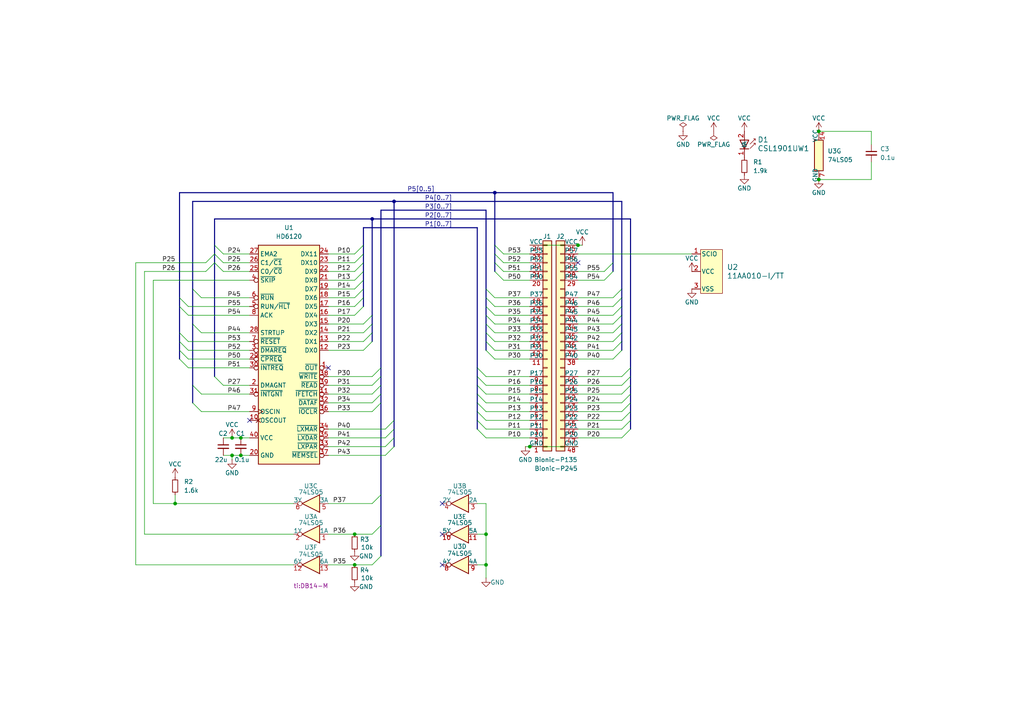
<source format=kicad_sch>
(kicad_sch (version 20231120) (generator "eeschema") (generator_version "8.0")
  (paper "A4")
  (title_block (title "BionicHD6120") (date "2025-02-28") (rev "4") (company "Tadashi G. Takaoka"))
  (lib_symbols
    (symbol "Device:C_Small" (pin_numbers hide) (pin_names (offset 0.254) hide)
      (property "Reference" "C" (at 0.254 1.778 0))
      (property "Value" "C_Small" (at 0.254 -2.032 0))
      (symbol "C_Small_0_1"
        (polyline (pts (xy -1.524 -0.508) (xy 1.524 -0.508)) (stroke (width 0.3302)))
        (polyline (pts (xy -1.524 0.508) (xy 1.524 0.508)) (stroke (width 0.3048)))
      )
      (symbol "C_Small_1_1"
        (pin passive line (at 0 2.54 270) (length 2.032) (name "~") (number "1"))
        (pin passive line (at 0 -2.54 90) (length 2.032) (name "~") (number "2"))
      )
    )
    (symbol "Device:R_Small" (pin_numbers hide) (pin_names (offset 0.254) hide)
      (property "Reference" "R" (at 0.762 0.508 0))
      (property "Value" "R_Small" (at 0.762 -1.016 0))
      (symbol "R_Small_0_1"
        (rectangle (start -0.762 1.778) (end 0.762 -1.778) (stroke (width 0.2032)))
      )
      (symbol "R_Small_1_1"
        (pin passive line (at 0 2.54 270) (length 0.762) (name "~") (number "1"))
        (pin passive line (at 0 -2.54 90) (length 0.762) (name "~") (number "2"))
      )
    )
    (symbol "bionic:Bionic-P135" (pin_names (offset 0))
      (property "Reference" "J" (at 0 30.48 0))
      (property "Value" "Bionic-P135" (at -1.27 -33.02 0))
      (symbol "Bionic-P135_1_1"
        (rectangle (start 0 -30.353) (end -1.27 -30.607) (stroke (width 0.1524)))
        (rectangle (start 0 -27.813) (end -1.27 -28.067) (stroke (width 0.1524)))
        (rectangle (start 0 -25.273) (end -1.27 -25.527) (stroke (width 0.1524)))
        (rectangle (start 0 -22.733) (end -1.27 -22.987) (stroke (width 0.1524)))
        (rectangle (start 0 -20.193) (end -1.27 -20.447) (stroke (width 0.1524)))
        (rectangle (start 0 -17.653) (end -1.27 -17.907) (stroke (width 0.1524)))
        (rectangle (start 0 -15.113) (end -1.27 -15.367) (stroke (width 0.1524)))
        (rectangle (start 0 -12.573) (end -1.27 -12.827) (stroke (width 0.1524)))
        (rectangle (start 0 -10.033) (end -1.27 -10.287) (stroke (width 0.1524)))
        (rectangle (start 0 -7.493) (end -1.27 -7.747) (stroke (width 0.1524)))
        (rectangle (start 0 -4.953) (end -1.27 -5.207) (stroke (width 0.1524)))
        (rectangle (start 0 -2.413) (end -1.27 -2.667) (stroke (width 0.1524)))
        (rectangle (start 0 0.127) (end -1.27 -0.127) (stroke (width 0.1524)))
        (rectangle (start 0 2.667) (end -1.27 2.413) (stroke (width 0.1524)))
        (rectangle (start 0 5.207) (end -1.27 4.953) (stroke (width 0.1524)))
        (rectangle (start 0 7.747) (end -1.27 7.493) (stroke (width 0.1524)))
        (rectangle (start 0 10.287) (end -1.27 10.033) (stroke (width 0.1524)))
        (rectangle (start 0 12.827) (end -1.27 12.573) (stroke (width 0.1524)))
        (rectangle (start 0 15.367) (end -1.27 15.113) (stroke (width 0.1524)))
        (rectangle (start 0 17.907) (end -1.27 17.653) (stroke (width 0.1524)))
        (rectangle (start 0 20.447) (end -1.27 20.193) (stroke (width 0.1524)))
        (rectangle (start 0 22.987) (end -1.27 22.733) (stroke (width 0.1524)))
        (rectangle (start 0 25.527) (end -1.27 25.273) (stroke (width 0.1524)))
        (rectangle (start 0 28.067) (end -1.27 27.813) (stroke (width 0.1524)))
        (rectangle (start 1.27 29.21) (end -1.27 -31.75) (stroke (width 0.254)) (fill (type background)))
        (pin power_in line (at -5.08 -30.48 0) (length 3.81) (name "GND") (number "1"))
        (pin bidirectional line (at -5.08 -5.08 0) (length 3.81) (name "P30") (number "11"))
        (pin bidirectional line (at -5.08 -2.54 0) (length 3.81) (name "P31") (number "12"))
        (pin bidirectional line (at -5.08 0 0) (length 3.81) (name "P32") (number "13"))
        (pin bidirectional line (at -5.08 2.54 0) (length 3.81) (name "P33") (number "14"))
        (pin bidirectional line (at -5.08 5.08 0) (length 3.81) (name "P34") (number "15"))
        (pin bidirectional line (at -5.08 7.62 0) (length 3.81) (name "P35") (number "16"))
        (pin bidirectional line (at -5.08 10.16 0) (length 3.81) (name "P36") (number "17"))
        (pin bidirectional line (at -5.08 12.7 0) (length 3.81) (name "P37") (number "18"))
        (pin bidirectional line (at -5.08 -27.94 0) (length 3.81) (name "P10") (number "2"))
        (pin bidirectional line (at -5.08 17.78 0) (length 3.81) (name "P50") (number "20"))
        (pin bidirectional line (at -5.08 20.32 0) (length 3.81) (name "P51") (number "21"))
        (pin bidirectional line (at -5.08 22.86 0) (length 3.81) (name "P52") (number "22"))
        (pin bidirectional line (at -5.08 25.4 0) (length 3.81) (name "P53") (number "23"))
        (pin power_in line (at -5.08 27.94 0) (length 3.81) (name "VCC") (number "24"))
        (pin bidirectional line (at -5.08 -25.4 0) (length 3.81) (name "P11") (number "3"))
        (pin bidirectional line (at -5.08 -22.86 0) (length 3.81) (name "P12") (number "4"))
        (pin bidirectional line (at -5.08 -20.32 0) (length 3.81) (name "P13") (number "5"))
        (pin bidirectional line (at -5.08 -17.78 0) (length 3.81) (name "P14") (number "6"))
        (pin bidirectional line (at -5.08 -15.24 0) (length 3.81) (name "P15") (number "7"))
        (pin bidirectional line (at -5.08 -12.7 0) (length 3.81) (name "P16") (number "8"))
        (pin bidirectional line (at -5.08 -10.16 0) (length 3.81) (name "P17") (number "9"))
      )
    )
    (symbol "bionic:Bionic-P245" (pin_names (offset 0))
      (property "Reference" "J" (at -3.81 30.48 0))
      (property "Value" "Bionic-P245" (at -1.27 -33.02 0))
      (symbol "Bionic-P245_1_1"
        (rectangle (start -2.54 -30.607) (end -3.81 -30.353) (stroke (width 0.1524)))
        (rectangle (start -2.54 -28.067) (end -3.81 -27.813) (stroke (width 0.1524)))
        (rectangle (start -2.54 -25.527) (end -3.81 -25.273) (stroke (width 0.1524)))
        (rectangle (start -2.54 -22.987) (end -3.81 -22.733) (stroke (width 0.1524)))
        (rectangle (start -2.54 -20.447) (end -3.81 -20.193) (stroke (width 0.1524)))
        (rectangle (start -2.54 -17.907) (end -3.81 -17.653) (stroke (width 0.1524)))
        (rectangle (start -2.54 -15.367) (end -3.81 -15.113) (stroke (width 0.1524)))
        (rectangle (start -2.54 -12.827) (end -3.81 -12.573) (stroke (width 0.1524)))
        (rectangle (start -2.54 -10.287) (end -3.81 -10.033) (stroke (width 0.1524)))
        (rectangle (start -2.54 -7.747) (end -3.81 -7.493) (stroke (width 0.1524)))
        (rectangle (start -2.54 -5.207) (end -3.81 -4.953) (stroke (width 0.1524)))
        (rectangle (start -2.54 -2.667) (end -3.81 -2.413) (stroke (width 0.1524)))
        (rectangle (start -2.54 -0.127) (end -3.81 0.127) (stroke (width 0.1524)))
        (rectangle (start -2.54 2.413) (end -3.81 2.667) (stroke (width 0.1524)))
        (rectangle (start -2.54 4.953) (end -3.81 5.207) (stroke (width 0.1524)))
        (rectangle (start -2.54 7.493) (end -3.81 7.747) (stroke (width 0.1524)))
        (rectangle (start -2.54 10.033) (end -3.81 10.287) (stroke (width 0.1524)))
        (rectangle (start -2.54 12.573) (end -3.81 12.827) (stroke (width 0.1524)))
        (rectangle (start -2.54 15.113) (end -3.81 15.367) (stroke (width 0.1524)))
        (rectangle (start -2.54 17.653) (end -3.81 17.907) (stroke (width 0.1524)))
        (rectangle (start -2.54 20.193) (end -3.81 20.447) (stroke (width 0.1524)))
        (rectangle (start -2.54 22.733) (end -3.81 22.987) (stroke (width 0.1524)))
        (rectangle (start -2.54 25.273) (end -3.81 25.527) (stroke (width 0.1524)))
        (rectangle (start -2.54 27.813) (end -3.81 28.067) (stroke (width 0.1524)))
        (rectangle (start -2.54 29.21) (end -5.08 -31.75) (stroke (width 0.254)) (fill (type background)))
        (pin power_in line (at 1.27 27.94 180) (length 3.81) (name "VCC") (number "25"))
        (pin bidirectional line (at 1.27 25.4 180) (length 3.81) (name "P57") (number "26"))
        (pin bidirectional line (at 1.27 22.86 180) (length 3.81) (name "P56") (number "27"))
        (pin bidirectional line (at 1.27 20.32 180) (length 3.81) (name "P55") (number "28"))
        (pin bidirectional line (at 1.27 17.78 180) (length 3.81) (name "P54") (number "29"))
        (pin bidirectional line (at 1.27 12.7 180) (length 3.81) (name "P47") (number "31"))
        (pin bidirectional line (at 1.27 10.16 180) (length 3.81) (name "P46") (number "32"))
        (pin bidirectional line (at 1.27 7.62 180) (length 3.81) (name "P45") (number "33"))
        (pin bidirectional line (at 1.27 5.08 180) (length 3.81) (name "P44") (number "34"))
        (pin bidirectional line (at 1.27 2.54 180) (length 3.81) (name "P43") (number "35"))
        (pin bidirectional line (at 1.27 0 180) (length 3.81) (name "P42") (number "36"))
        (pin bidirectional line (at 1.27 -2.54 180) (length 3.81) (name "P41") (number "37"))
        (pin bidirectional line (at 1.27 -5.08 180) (length 3.81) (name "P40") (number "38"))
        (pin bidirectional line (at 1.27 -10.16 180) (length 3.81) (name "P27") (number "40"))
        (pin bidirectional line (at 1.27 -12.7 180) (length 3.81) (name "P26") (number "41"))
        (pin bidirectional line (at 1.27 -15.24 180) (length 3.81) (name "P25") (number "42"))
        (pin bidirectional line (at 1.27 -17.78 180) (length 3.81) (name "P24") (number "43"))
        (pin bidirectional line (at 1.27 -20.32 180) (length 3.81) (name "P23") (number "44"))
        (pin bidirectional line (at 1.27 -22.86 180) (length 3.81) (name "P22") (number "45"))
        (pin bidirectional line (at 1.27 -25.4 180) (length 3.81) (name "P21") (number "46"))
        (pin bidirectional line (at 1.27 -27.94 180) (length 3.81) (name "P20") (number "47"))
        (pin power_in line (at 1.27 -30.48 180) (length 3.81) (name "GND") (number "48"))
      )
    )
    (symbol "cpu:HD6120"
      (property "Reference" "U" (at -1.27 31.75 0))
      (property "Value" "HD6120" (at -3.556 -34.798 0))
      (symbol "HD6120_0_1"
        (rectangle (start -8.89 -33.02) (end 8.89 30.48) (stroke (width 0.254)) (fill (type background)))
      )
      (symbol "HD6120_1_1"
        (pin output inverted (at 11.43 -5.08 180) (length 2.54) (name "~{OUT}") (number "1"))
        (pin output non_logic (at -11.43 -20.32 0) (length 2.54) (name "OSCOUT") (number "10"))
        (pin output inverted (at 11.43 -12.7 180) (length 2.54) (name "~{IFETCH}") (number "11"))
        (pin bidirectional line (at 11.43 0 180) (length 2.54) (name "DX0") (number "12"))
        (pin bidirectional line (at 11.43 2.54 180) (length 2.54) (name "DX1") (number "13"))
        (pin bidirectional line (at 11.43 5.08 180) (length 2.54) (name "DX2") (number "14"))
        (pin bidirectional line (at 11.43 7.62 180) (length 2.54) (name "DX3") (number "15"))
        (pin bidirectional line (at 11.43 10.16 180) (length 2.54) (name "DX4") (number "16"))
        (pin bidirectional line (at 11.43 12.7 180) (length 2.54) (name "DX5") (number "17"))
        (pin bidirectional line (at 11.43 15.24 180) (length 2.54) (name "DX6") (number "18"))
        (pin bidirectional line (at 11.43 17.78 180) (length 2.54) (name "DX7") (number "19"))
        (pin output line (at -11.43 -10.16 0) (length 2.54) (name "DMAGNT") (number "2"))
        (pin power_in line (at -11.43 -30.48 0) (length 2.54) (name "GND") (number "20"))
        (pin bidirectional line (at 11.43 20.32 180) (length 2.54) (name "DX8") (number "21"))
        (pin bidirectional line (at 11.43 22.86 180) (length 2.54) (name "DX9") (number "22"))
        (pin bidirectional line (at 11.43 25.4 180) (length 2.54) (name "DX10") (number "23"))
        (pin bidirectional line (at 11.43 27.94 180) (length 2.54) (name "DX11") (number "24"))
        (pin bidirectional line (at -11.43 22.86 0) (length 2.54) (name "C0/~{C0}") (number "25"))
        (pin bidirectional line (at -11.43 25.4 0) (length 2.54) (name "C1/~{C1}") (number "26"))
        (pin output line (at -11.43 27.94 0) (length 2.54) (name "EMA2") (number "27"))
        (pin input line (at -11.43 5.08 0) (length 2.54) (name "STRTUP") (number "28"))
        (pin input inverted (at -11.43 -2.54 0) (length 2.54) (name "~{CPREQ}") (number "29"))
        (pin input inverted (at -11.43 0 0) (length 2.54) (name "~{DMAREQ}") (number "3"))
        (pin input inverted (at -11.43 -5.08 0) (length 2.54) (name "~{INTREQ}") (number "30"))
        (pin output inverted (at -11.43 -12.7 0) (length 2.54) (name "~{INTGNT}") (number "31"))
        (pin output inverted (at 11.43 -15.24 180) (length 2.54) (name "~{DATAF}") (number "32"))
        (pin output inverted (at 11.43 -27.94 180) (length 2.54) (name "~{LXPAR}") (number "33"))
        (pin output inverted (at 11.43 -22.86 180) (length 2.54) (name "~{LXMAR}") (number "34"))
        (pin output inverted (at 11.43 -25.4 180) (length 2.54) (name "~{LXDAR}") (number "35"))
        (pin output inverted (at 11.43 -17.78 180) (length 2.54) (name "~{IOCLR}") (number "36"))
        (pin output inverted (at 11.43 -30.48 180) (length 2.54) (name "~{MEMSEL}") (number "37"))
        (pin output inverted (at 11.43 -7.62 180) (length 2.54) (name "~{WRITE}") (number "38"))
        (pin output inverted (at 11.43 -10.16 180) (length 2.54) (name "~{READ}") (number "39"))
        (pin input inverted (at -11.43 20.32 0) (length 2.54) (name "~{SKIP}") (number "4"))
        (pin power_in line (at -11.43 -25.4 0) (length 2.54) (name "VCC") (number "40"))
        (pin input inverted (at -11.43 12.7 0) (length 2.54) (name "RUN/~{HLT}") (number "5"))
        (pin output inverted (at -11.43 15.24 0) (length 2.54) (name "~{RUN}") (number "6"))
        (pin input inverted (at -11.43 2.54 0) (length 2.54) (name "~{RESET}") (number "7"))
        (pin input line (at -11.43 10.16 0) (length 2.54) (name "ACK") (number "8"))
        (pin input clock (at -11.43 -17.78 0) (length 2.54) (name "OSCIN") (number "9"))
      )
    )
    (symbol "microchip:11AA010-I_TT" (pin_names (offset 0.254))
      (property "Reference" "U" (at 2.54 1.27 0))
      (property "Value" "11AA010-I/TT" (at 3.81 -13.97 0))
      (symbol "11AA010-I_TT_1_1"
        (rectangle (start 0 0) (end 6.35 -12.7) (fill (type background)))
        (pin bidirectional line (at -2.54 -1.27 0) (length 2.54) (name "SCIO") (number "1"))
        (pin power_in line (at -2.54 -6.35 0) (length 2.54) (name "VCC") (number "2"))
        (pin power_in line (at -2.54 -11.43 0) (length 2.54) (name "VSS") (number "3"))
      )
    )
    (symbol "power:GND" (power) (pin_numbers hide) (pin_names (offset 0) hide)
      (property "Value" "GND" (at 0 -3.81 0))
      (symbol "GND_0_1"
        (polyline (pts (xy 0 0) (xy 0 -1.27) (xy 1.27 -1.27) (xy 0 -2.54) (xy -1.27 -1.27) (xy 0 -1.27)))
      )
      (symbol "GND_1_1"
        (pin power_in line (at 0 0 270) (length 0) (name "~") (number "1"))
      )
    )
    (symbol "power:PWR_FLAG" (power) (pin_numbers hide) (pin_names (offset 0) hide)
      (property "Value" "PWR_FLAG" (at 0 3.81 0))
      (symbol "PWR_FLAG_0_0"
        (pin power_out line (at 0 0 90) (length 0) (name "~") (number "1"))
      )
      (symbol "PWR_FLAG_0_1"
        (polyline (pts (xy 0 0) (xy 0 1.27) (xy -1.016 1.905) (xy 0 2.54) (xy 1.016 1.905) (xy 0 1.27)))
      )
    )
    (symbol "power:VCC" (power) (pin_numbers hide) (pin_names (offset 0) hide)
      (property "Value" "VCC" (at 0 3.556 0))
      (symbol "VCC_0_1"
        (polyline (pts (xy -0.762 1.27) (xy 0 2.54)))
        (polyline (pts (xy 0 0) (xy 0 2.54)))
        (polyline (pts (xy 0 2.54) (xy 0.762 1.27)))
      )
      (symbol "VCC_1_1"
        (pin power_in line (at 0 0 90) (length 0) (name "~") (number "1"))
      )
    )
    (symbol "rhom:CSL1901UW1" (pin_names (offset 0.254))
      (property "Reference" "D" (at 3.81 -2.54 0))
      (property "Value" "CSL1901UW1" (at 3.81 -5.08 0))
      (symbol "CSL1901UW1_0_1"
        (polyline (pts (xy 2.159 3.175) (xy 2.667 3.175)))
        (polyline (pts (xy 2.54 0) (xy 5.08 0)))
        (polyline (pts (xy 5.08 1.27) (xy 5.08 -1.27)) (stroke (width 0.254)))
        (polyline (pts (xy 3.683 1.651) (xy 2.159 3.175) (xy 2.159 2.667)))
        (polyline (pts (xy 2.54 -1.27) (xy 5.08 0) (xy 2.54 1.27) (xy 2.54 -1.27)) (stroke (width 0.254)))
        (polyline (pts (xy 4.953 1.651) (xy 3.429 3.175) (xy 3.429 2.667) (xy 3.429 3.175) (xy 3.937 3.175)))
      )
      (symbol "CSL1901UW1_1_1"
        (pin passive line (at 7.62 0 180) (length 2.54) (name "K") (number "1"))
        (pin passive line (at 0 0 0) (length 2.54) (name "A") (number "2"))
      )
      (symbol "CSL1901UW1_1_2"
        (polyline (pts (xy -5.08 7.62) (xy -4.445 8.255)) (stroke (width 0.2032)))
        (polyline (pts (xy -5.08 8.255) (xy -5.08 7.62)) (stroke (width 0.2032)))
        (polyline (pts (xy -4.445 6.35) (xy -3.81 6.985)) (stroke (width 0.2032)))
        (polyline (pts (xy -4.445 8.255) (xy -5.08 8.255)) (stroke (width 0.2032)))
        (polyline (pts (xy -4.445 9.525) (xy -3.81 10.16)) (stroke (width 0.2032)))
        (polyline (pts (xy -4.445 10.16) (xy -4.445 9.525)) (stroke (width 0.2032)))
        (polyline (pts (xy -3.81 6.985) (xy -5.08 8.255)) (stroke (width 0.2032)))
        (polyline (pts (xy -3.81 8.255) (xy -3.175 8.89)) (stroke (width 0.2032)))
        (polyline (pts (xy -3.81 10.16) (xy -4.445 10.16)) (stroke (width 0.2032)))
        (polyline (pts (xy -3.175 5.08) (xy -4.445 6.35)) (stroke (width 0.2032)))
        (polyline (pts (xy -3.175 8.89) (xy -4.445 10.16)) (stroke (width 0.2032)))
        (polyline (pts (xy -2.54 6.985) (xy -3.81 8.255)) (stroke (width 0.2032)))
        (polyline (pts (xy -1.905 3.81) (xy 1.905 3.81)) (stroke (width 0.2032)))
        (polyline (pts (xy 0 2.54) (xy 0 3.4798)) (stroke (width 0.2032)))
        (polyline (pts (xy 0 3.175) (xy 0 3.81)) (stroke (width 0.2032)))
        (polyline (pts (xy 0 6.35) (xy -1.905 3.81)) (stroke (width 0.2032)))
        (polyline (pts (xy 0 6.35) (xy 0 7.62)) (stroke (width 0.2032)))
        (polyline (pts (xy 1.905 3.81) (xy 0 6.35)) (stroke (width 0.2032)))
        (polyline (pts (xy 1.905 6.35) (xy -1.905 6.35)) (stroke (width 0.2032)))
        (pin unspecified line (at 0 10.16 270) (length 2.54) (name "") (number "1"))
        (pin unspecified line (at 0 0 90) (length 2.54) (name "") (number "2"))
      )
    )
    (symbol "ti:74LS05" (pin_names (offset 0))
      (property "Reference" "U" (at 2.54 4.064 0))
      (property "Value" "74LS05" (at 5.334 -2.794 0))
      (property "Footprint" "ti:DB14-M" (at 0 0 0))
      (symbol "74LS05_1_1"
        (polyline (pts (xy -2.54 2.54) (xy -2.54 -2.54) (xy 2.54 0) (xy -2.54 2.54)) (stroke (width 0.254)) (fill (type background)))
        (pin input line (at -5.08 0 0) (length 2.54) (name "1A") (number "1"))
        (pin open_collector inverted (at 5.08 0 180) (length 2.54) (name "1Y") (number "2"))
      )
      (symbol "74LS05_2_1"
        (polyline (pts (xy -2.54 2.54) (xy -2.54 -2.54) (xy 2.54 0) (xy -2.54 2.54)) (stroke (width 0.254)) (fill (type background)))
        (pin input line (at -5.08 0 0) (length 2.54) (name "2A") (number "3"))
        (pin open_collector inverted (at 5.08 0 180) (length 2.54) (name "2Y") (number "4"))
      )
      (symbol "74LS05_3_1"
        (polyline (pts (xy -2.54 2.54) (xy -2.54 -2.54) (xy 2.54 0) (xy -2.54 2.54)) (stroke (width 0.254)) (fill (type background)))
        (pin input line (at -5.08 0 0) (length 2.54) (name "3A") (number "5"))
        (pin open_collector inverted (at 5.08 0 180) (length 2.54) (name "3Y") (number "6"))
      )
      (symbol "74LS05_4_1"
        (polyline (pts (xy -2.54 2.54) (xy -2.54 -2.54) (xy 2.54 0) (xy -2.54 2.54)) (stroke (width 0.254)) (fill (type background)))
        (pin open_collector inverted (at 5.08 0 180) (length 2.54) (name "4Y") (number "8"))
        (pin input line (at -5.08 0 0) (length 2.54) (name "4A") (number "9"))
      )
      (symbol "74LS05_5_1"
        (polyline (pts (xy -2.54 2.54) (xy -2.54 -2.54) (xy 2.54 0) (xy -2.54 2.54)) (stroke (width 0.254)) (fill (type background)))
        (pin open_collector inverted (at 5.08 0 180) (length 2.54) (name "5Y") (number "10"))
        (pin input line (at -5.08 0 0) (length 2.54) (name "5A") (number "11"))
      )
      (symbol "74LS05_6_1"
        (polyline (pts (xy -2.54 2.54) (xy -2.54 -2.54) (xy 2.54 0) (xy -2.54 2.54)) (stroke (width 0.254)) (fill (type background)))
        (pin open_collector inverted (at 5.08 0 180) (length 2.54) (name "6Y") (number "12"))
        (pin input line (at -5.08 0 0) (length 2.54) (name "6A") (number "13"))
      )
      (symbol "74LS05_7_0"
        (rectangle (start -1.27 5.08) (end 1.27 -3.81) (stroke (width 0.254)) (fill (type background)))
      )
      (symbol "74LS05_7_1"
        (pin power_in line (at 0 7.62 270) (length 2.54) (name "VCC") (number "14"))
        (pin power_in line (at 0 -6.35 90) (length 2.54) (name "GND") (number "7"))
      )
    )
  )
  (junction (at 114.3 58.42))
  (junction (at 107.95 63.5))
  (junction (at 67.31 127))
  (junction (at 167.64 71.12))
  (junction (at 237.49 38.1))
  (junction (at 140.97 163.83))
  (junction (at 69.85 127))
  (junction (at 50.8 146.05))
  (junction (at 69.85 132.08))
  (junction (at 153.67 129.54))
  (junction (at 140.97 154.94))
  (junction (at 143.51 55.88))
  (junction (at 67.31 132.08))
  (junction (at 102.87 154.94))
  (junction (at 102.87 163.83))
  (junction (at 237.49 52.07))
  (no_connect (at 128.27 163.83))
  (no_connect (at 95.25 106.68))
  (no_connect (at 167.64 76.2))
  (no_connect (at 128.27 154.94))
  (no_connect (at 128.27 146.05))
  (no_connect (at 72.39 121.92))
  (bus_entry (at 177.8 76.2) (size -2.54 2.54))
  (bus_entry (at 52.07 99.06) (size 2.54 2.54))
  (bus_entry (at 55.88 111.76) (size 2.54 2.54))
  (bus_entry (at 62.23 76.2) (size 2.54 2.54))
  (bus_entry (at 52.07 101.6) (size 2.54 2.54))
  (bus_entry (at 138.43 114.3) (size 2.54 2.54))
  (bus_entry (at 62.23 71.12) (size 2.54 2.54))
  (bus_entry (at 105.41 73.66) (size -2.54 2.54))
  (bus_entry (at 62.23 73.66) (size 2.54 2.54))
  (bus_entry (at 52.07 88.9) (size 2.54 2.54))
  (bus_entry (at 107.95 91.44) (size -2.54 2.54))
  (bus_entry (at 107.95 96.52) (size -2.54 2.54))
  (bus_entry (at 180.34 86.36) (size -2.54 2.54))
  (bus_entry (at 55.88 116.84) (size 2.54 2.54))
  (bus_entry (at 143.51 78.74) (size 2.54 2.54))
  (bus_entry (at 180.34 91.44) (size -2.54 2.54))
  (bus_entry (at 110.49 106.68) (size -2.54 2.54))
  (bus_entry (at 138.43 121.92) (size 2.54 2.54))
  (bus_entry (at 182.88 114.3) (size -2.54 2.54))
  (bus_entry (at 140.97 96.52) (size 2.54 2.54))
  (bus_entry (at 105.41 78.74) (size -2.54 2.54))
  (bus_entry (at 177.8 78.74) (size -2.54 2.54))
  (bus_entry (at 110.49 109.22) (size -2.54 2.54))
  (bus_entry (at 62.23 76.2) (size -2.54 2.54))
  (bus_entry (at 55.88 83.82) (size 2.54 2.54))
  (bus_entry (at 105.41 81.28) (size -2.54 2.54))
  (bus_entry (at 143.51 71.12) (size 2.54 2.54))
  (bus_entry (at 182.88 124.46) (size -2.54 2.54))
  (bus_entry (at 105.41 76.2) (size -2.54 2.54))
  (bus_entry (at 107.95 99.06) (size -2.54 2.54))
  (bus_entry (at 114.3 121.92) (size -2.54 2.54))
  (bus_entry (at 105.41 88.9) (size -2.54 2.54))
  (bus_entry (at 138.43 111.76) (size 2.54 2.54))
  (bus_entry (at 114.3 127) (size -2.54 2.54))
  (bus_entry (at 138.43 124.46) (size 2.54 2.54))
  (bus_entry (at 182.88 111.76) (size -2.54 2.54))
  (bus_entry (at 180.34 93.98) (size -2.54 2.54))
  (bus_entry (at 180.34 96.52) (size -2.54 2.54))
  (bus_entry (at 110.49 111.76) (size -2.54 2.54))
  (bus_entry (at 138.43 116.84) (size 2.54 2.54))
  (bus_entry (at 110.49 116.84) (size -2.54 2.54))
  (bus_entry (at 110.49 152.4) (size -2.54 2.54))
  (bus_entry (at 138.43 106.68) (size 2.54 2.54))
  (bus_entry (at 52.07 104.14) (size 2.54 2.54))
  (bus_entry (at 140.97 86.36) (size 2.54 2.54))
  (bus_entry (at 140.97 91.44) (size 2.54 2.54))
  (bus_entry (at 140.97 93.98) (size 2.54 2.54))
  (bus_entry (at 114.3 129.54) (size -2.54 2.54))
  (bus_entry (at 138.43 119.38) (size 2.54 2.54))
  (bus_entry (at 105.41 71.12) (size -2.54 2.54))
  (bus_entry (at 180.34 101.6) (size -2.54 2.54))
  (bus_entry (at 143.51 73.66) (size 2.54 2.54))
  (bus_entry (at 62.23 73.66) (size -2.54 2.54))
  (bus_entry (at 140.97 101.6) (size 2.54 2.54))
  (bus_entry (at 180.34 88.9) (size -2.54 2.54))
  (bus_entry (at 114.3 124.46) (size -2.54 2.54))
  (bus_entry (at 140.97 88.9) (size 2.54 2.54))
  (bus_entry (at 55.88 93.98) (size 2.54 2.54))
  (bus_entry (at 182.88 116.84) (size -2.54 2.54))
  (bus_entry (at 110.49 161.29) (size -2.54 2.54))
  (bus_entry (at 110.49 143.51) (size -2.54 2.54))
  (bus_entry (at 138.43 109.22) (size 2.54 2.54))
  (bus_entry (at 182.88 119.38) (size -2.54 2.54))
  (bus_entry (at 182.88 106.68) (size -2.54 2.54))
  (bus_entry (at 140.97 99.06) (size 2.54 2.54))
  (bus_entry (at 143.51 76.2) (size 2.54 2.54))
  (bus_entry (at 182.88 121.92) (size -2.54 2.54))
  (bus_entry (at 107.95 93.98) (size -2.54 2.54))
  (bus_entry (at 140.97 83.82) (size 2.54 2.54))
  (bus_entry (at 52.07 86.36) (size 2.54 2.54))
  (bus_entry (at 180.34 83.82) (size -2.54 2.54))
  (bus_entry (at 105.41 86.36) (size -2.54 2.54))
  (bus_entry (at 62.23 109.22) (size 2.54 2.54))
  (bus_entry (at 110.49 114.3) (size -2.54 2.54))
  (bus_entry (at 180.34 99.06) (size -2.54 2.54))
  (bus_entry (at 105.41 83.82) (size -2.54 2.54))
  (bus_entry (at 182.88 109.22) (size -2.54 2.54))
  (bus_entry (at 52.07 96.52) (size 2.54 2.54))
  (bus (pts (xy 180.34 93.98) (xy 180.34 96.52)))
  (wire (pts (xy 140.97 127) (xy 153.67 127)))
  (wire (pts (xy 54.61 99.06) (xy 72.39 99.06)))
  (bus (pts (xy 55.88 93.98) (xy 55.88 111.76)))
  (wire (pts (xy 95.25 132.08) (xy 111.76 132.08)))
  (wire (pts (xy 41.91 78.74) (xy 59.69 78.74)))
  (wire (pts (xy 58.42 114.3) (xy 72.39 114.3)))
  (wire (pts (xy 95.25 76.2) (xy 102.87 76.2)))
  (wire (pts (xy 146.05 81.28) (xy 153.67 81.28)))
  (wire (pts (xy 67.31 132.08) (xy 67.31 133.35)))
  (bus (pts (xy 107.95 96.52) (xy 107.95 93.98)))
  (bus (pts (xy 180.34 99.06) (xy 180.34 96.52)))
  (wire (pts (xy 167.64 99.06) (xy 177.8 99.06)))
  (wire (pts (xy 252.73 52.07) (xy 237.49 52.07)))
  (bus (pts (xy 180.34 83.82) (xy 180.34 86.36)))
  (wire (pts (xy 140.97 121.92) (xy 153.67 121.92)))
  (wire (pts (xy 153.67 71.12) (xy 167.64 71.12)))
  (wire (pts (xy 95.25 101.6) (xy 105.41 101.6)))
  (wire (pts (xy 102.87 163.83) (xy 107.95 163.83)))
  (bus (pts (xy 110.49 111.76) (xy 110.49 114.3)))
  (wire (pts (xy 153.67 129.54) (xy 167.64 129.54)))
  (wire (pts (xy 64.77 111.76) (xy 72.39 111.76)))
  (wire (pts (xy 140.97 167.64) (xy 140.97 163.83)))
  (wire (pts (xy 167.64 73.66) (xy 200.66 73.66)))
  (bus (pts (xy 62.23 76.2) (xy 62.23 109.22)))
  (wire (pts (xy 95.25 146.05) (xy 107.95 146.05)))
  (wire (pts (xy 44.45 81.28) (xy 72.39 81.28)))
  (bus (pts (xy 138.43 106.68) (xy 138.43 109.22)))
  (bus (pts (xy 52.07 86.36) (xy 52.07 88.9)))
  (wire (pts (xy 50.8 143.51) (xy 50.8 146.05)))
  (bus (pts (xy 110.49 106.68) (xy 110.49 109.22)))
  (bus (pts (xy 105.41 66.04) (xy 138.43 66.04)))
  (bus (pts (xy 52.07 88.9) (xy 52.07 96.52)))
  (wire (pts (xy 58.42 86.36) (xy 72.39 86.36)))
  (bus (pts (xy 180.34 101.6) (xy 180.34 99.06)))
  (wire (pts (xy 140.97 119.38) (xy 153.67 119.38)))
  (bus (pts (xy 138.43 121.92) (xy 138.43 124.46)))
  (bus (pts (xy 52.07 55.88) (xy 143.51 55.88)))
  (bus (pts (xy 182.88 121.92) (xy 182.88 124.46)))
  (wire (pts (xy 167.64 88.9) (xy 177.8 88.9)))
  (wire (pts (xy 54.61 106.68) (xy 72.39 106.68)))
  (bus (pts (xy 180.34 83.82) (xy 180.34 58.42)))
  (bus (pts (xy 62.23 71.12) (xy 62.23 73.66)))
  (bus (pts (xy 52.07 99.06) (xy 52.07 101.6)))
  (wire (pts (xy 146.05 78.74) (xy 153.67 78.74)))
  (wire (pts (xy 146.05 73.66) (xy 153.67 73.66)))
  (wire (pts (xy 140.97 124.46) (xy 153.67 124.46)))
  (wire (pts (xy 138.43 163.83) (xy 140.97 163.83)))
  (bus (pts (xy 140.97 91.44) (xy 140.97 93.98)))
  (wire (pts (xy 95.25 114.3) (xy 107.95 114.3)))
  (wire (pts (xy 95.25 99.06) (xy 105.41 99.06)))
  (wire (pts (xy 167.64 124.46) (xy 180.34 124.46)))
  (wire (pts (xy 95.25 96.52) (xy 105.41 96.52)))
  (wire (pts (xy 140.97 114.3) (xy 153.67 114.3)))
  (wire (pts (xy 140.97 146.05) (xy 138.43 146.05)))
  (wire (pts (xy 167.64 127) (xy 180.34 127)))
  (wire (pts (xy 58.42 96.52) (xy 72.39 96.52)))
  (wire (pts (xy 146.05 76.2) (xy 153.67 76.2)))
  (bus (pts (xy 110.49 60.96) (xy 110.49 106.68)))
  (wire (pts (xy 252.73 46.99) (xy 252.73 52.07)))
  (wire (pts (xy 140.97 116.84) (xy 153.67 116.84)))
  (wire (pts (xy 85.09 154.94) (xy 41.91 154.94)))
  (wire (pts (xy 140.97 109.22) (xy 153.67 109.22)))
  (wire (pts (xy 167.64 101.6) (xy 177.8 101.6)))
  (wire (pts (xy 67.31 127) (xy 69.85 127)))
  (wire (pts (xy 64.77 127) (xy 67.31 127)))
  (bus (pts (xy 110.49 116.84) (xy 110.49 143.51)))
  (bus (pts (xy 105.41 76.2) (xy 105.41 73.66)))
  (bus (pts (xy 180.34 91.44) (xy 180.34 93.98)))
  (wire (pts (xy 95.25 81.28) (xy 102.87 81.28)))
  (wire (pts (xy 58.42 119.38) (xy 72.39 119.38)))
  (bus (pts (xy 138.43 111.76) (xy 138.43 114.3)))
  (bus (pts (xy 182.88 106.68) (xy 182.88 109.22)))
  (wire (pts (xy 95.25 163.83) (xy 102.87 163.83)))
  (wire (pts (xy 143.51 99.06) (xy 153.67 99.06)))
  (bus (pts (xy 143.51 55.88) (xy 143.51 71.12)))
  (wire (pts (xy 167.64 91.44) (xy 177.8 91.44)))
  (wire (pts (xy 252.73 41.91) (xy 252.73 38.1)))
  (bus (pts (xy 114.3 121.92) (xy 114.3 124.46)))
  (wire (pts (xy 95.25 109.22) (xy 107.95 109.22)))
  (bus (pts (xy 55.88 83.82) (xy 55.88 93.98)))
  (bus (pts (xy 52.07 101.6) (xy 52.07 104.14)))
  (wire (pts (xy 138.43 154.94) (xy 140.97 154.94)))
  (bus (pts (xy 62.23 71.12) (xy 62.23 63.5)))
  (bus (pts (xy 138.43 66.04) (xy 138.43 106.68)))
  (wire (pts (xy 95.25 124.46) (xy 111.76 124.46)))
  (bus (pts (xy 114.3 124.46) (xy 114.3 127)))
  (bus (pts (xy 105.41 86.36) (xy 105.41 83.82)))
  (wire (pts (xy 95.25 78.74) (xy 102.87 78.74)))
  (bus (pts (xy 140.97 88.9) (xy 140.97 91.44)))
  (wire (pts (xy 143.51 101.6) (xy 153.67 101.6)))
  (wire (pts (xy 167.64 116.84) (xy 180.34 116.84)))
  (wire (pts (xy 140.97 163.83) (xy 140.97 154.94)))
  (bus (pts (xy 110.49 152.4) (xy 110.49 161.29)))
  (bus (pts (xy 55.88 58.42) (xy 114.3 58.42)))
  (wire (pts (xy 167.64 86.36) (xy 177.8 86.36)))
  (wire (pts (xy 140.97 111.76) (xy 153.67 111.76)))
  (bus (pts (xy 62.23 73.66) (xy 62.23 76.2)))
  (bus (pts (xy 110.49 60.96) (xy 140.97 60.96)))
  (wire (pts (xy 85.09 146.05) (xy 50.8 146.05)))
  (wire (pts (xy 167.64 93.98) (xy 177.8 93.98)))
  (bus (pts (xy 114.3 58.42) (xy 114.3 121.92)))
  (bus (pts (xy 138.43 114.3) (xy 138.43 116.84)))
  (bus (pts (xy 182.88 63.5) (xy 182.88 106.68)))
  (bus (pts (xy 182.88 109.22) (xy 182.88 111.76)))
  (wire (pts (xy 54.61 88.9) (xy 72.39 88.9)))
  (wire (pts (xy 95.25 116.84) (xy 107.95 116.84)))
  (wire (pts (xy 95.25 154.94) (xy 102.87 154.94)))
  (bus (pts (xy 110.49 109.22) (xy 110.49 111.76)))
  (bus (pts (xy 105.41 71.12) (xy 105.41 66.04)))
  (wire (pts (xy 95.25 91.44) (xy 102.87 91.44)))
  (wire (pts (xy 39.37 76.2) (xy 59.69 76.2)))
  (bus (pts (xy 55.88 58.42) (xy 55.88 83.82)))
  (bus (pts (xy 107.95 63.5) (xy 182.88 63.5)))
  (bus (pts (xy 182.88 111.76) (xy 182.88 114.3)))
  (bus (pts (xy 105.41 78.74) (xy 105.41 76.2)))
  (wire (pts (xy 143.51 104.14) (xy 153.67 104.14)))
  (wire (pts (xy 67.31 132.08) (xy 69.85 132.08)))
  (wire (pts (xy 95.25 83.82) (xy 102.87 83.82)))
  (bus (pts (xy 138.43 116.84) (xy 138.43 119.38)))
  (wire (pts (xy 167.64 119.38) (xy 180.34 119.38)))
  (wire (pts (xy 143.51 86.36) (xy 153.67 86.36)))
  (wire (pts (xy 54.61 104.14) (xy 72.39 104.14)))
  (wire (pts (xy 143.51 91.44) (xy 153.67 91.44)))
  (wire (pts (xy 64.77 76.2) (xy 72.39 76.2)))
  (wire (pts (xy 152.4 129.54) (xy 153.67 129.54)))
  (wire (pts (xy 143.51 88.9) (xy 153.67 88.9)))
  (bus (pts (xy 55.88 111.76) (xy 55.88 116.84)))
  (wire (pts (xy 50.8 146.05) (xy 44.45 146.05)))
  (wire (pts (xy 167.64 121.92) (xy 180.34 121.92)))
  (wire (pts (xy 143.51 93.98) (xy 153.67 93.98)))
  (wire (pts (xy 64.77 73.66) (xy 72.39 73.66)))
  (wire (pts (xy 143.51 96.52) (xy 153.67 96.52)))
  (bus (pts (xy 143.51 76.2) (xy 143.51 78.74)))
  (wire (pts (xy 95.25 93.98) (xy 105.41 93.98)))
  (wire (pts (xy 167.64 104.14) (xy 177.8 104.14)))
  (bus (pts (xy 182.88 116.84) (xy 182.88 119.38)))
  (bus (pts (xy 105.41 81.28) (xy 105.41 78.74)))
  (wire (pts (xy 95.25 119.38) (xy 107.95 119.38)))
  (bus (pts (xy 105.41 73.66) (xy 105.41 71.12)))
  (wire (pts (xy 167.64 114.3) (xy 180.34 114.3)))
  (bus (pts (xy 177.8 78.74) (xy 177.8 76.2)))
  (wire (pts (xy 54.61 91.44) (xy 72.39 91.44)))
  (bus (pts (xy 182.88 119.38) (xy 182.88 121.92)))
  (bus (pts (xy 62.23 63.5) (xy 107.95 63.5)))
  (wire (pts (xy 39.37 163.83) (xy 85.09 163.83)))
  (wire (pts (xy 95.25 88.9) (xy 102.87 88.9)))
  (bus (pts (xy 180.34 86.36) (xy 180.34 88.9)))
  (bus (pts (xy 52.07 55.88) (xy 52.07 86.36)))
  (wire (pts (xy 167.64 78.74) (xy 175.26 78.74)))
  (bus (pts (xy 105.41 83.82) (xy 105.41 81.28)))
  (bus (pts (xy 138.43 109.22) (xy 138.43 111.76)))
  (bus (pts (xy 140.97 60.96) (xy 140.97 83.82)))
  (wire (pts (xy 95.25 127) (xy 111.76 127)))
  (wire (pts (xy 64.77 132.08) (xy 67.31 132.08)))
  (wire (pts (xy 95.25 129.54) (xy 111.76 129.54)))
  (bus (pts (xy 107.95 91.44) (xy 107.95 63.5)))
  (bus (pts (xy 140.97 99.06) (xy 140.97 101.6)))
  (wire (pts (xy 167.64 81.28) (xy 175.26 81.28)))
  (bus (pts (xy 138.43 119.38) (xy 138.43 121.92)))
  (wire (pts (xy 64.77 78.74) (xy 72.39 78.74)))
  (wire (pts (xy 168.91 71.12) (xy 167.64 71.12)))
  (bus (pts (xy 140.97 86.36) (xy 140.97 88.9)))
  (wire (pts (xy 167.64 111.76) (xy 180.34 111.76)))
  (wire (pts (xy 95.25 86.36) (xy 102.87 86.36)))
  (bus (pts (xy 140.97 96.52) (xy 140.97 99.06)))
  (wire (pts (xy 252.73 38.1) (xy 237.49 38.1)))
  (wire (pts (xy 102.87 154.94) (xy 107.95 154.94)))
  (bus (pts (xy 114.3 127) (xy 114.3 129.54)))
  (bus (pts (xy 110.49 114.3) (xy 110.49 116.84)))
  (wire (pts (xy 44.45 146.05) (xy 44.45 81.28)))
  (bus (pts (xy 143.51 73.66) (xy 143.51 76.2)))
  (bus (pts (xy 182.88 114.3) (xy 182.88 116.84)))
  (bus (pts (xy 143.51 71.12) (xy 143.51 73.66)))
  (wire (pts (xy 95.25 73.66) (xy 102.87 73.66)))
  (bus (pts (xy 177.8 76.2) (xy 177.8 55.88)))
  (wire (pts (xy 54.61 101.6) (xy 72.39 101.6)))
  (wire (pts (xy 41.91 154.94) (xy 41.91 78.74)))
  (wire (pts (xy 167.64 96.52) (xy 177.8 96.52)))
  (bus (pts (xy 52.07 96.52) (xy 52.07 99.06)))
  (bus (pts (xy 140.97 93.98) (xy 140.97 96.52)))
  (bus (pts (xy 107.95 93.98) (xy 107.95 91.44)))
  (wire (pts (xy 167.64 109.22) (xy 180.34 109.22)))
  (bus (pts (xy 114.3 58.42) (xy 180.34 58.42)))
  (bus (pts (xy 107.95 99.06) (xy 107.95 96.52)))
  (bus (pts (xy 105.41 88.9) (xy 105.41 86.36)))
  (wire (pts (xy 69.85 132.08) (xy 72.39 132.08)))
  (bus (pts (xy 110.49 143.51) (xy 110.49 152.4)))
  (wire (pts (xy 140.97 154.94) (xy 140.97 146.05)))
  (wire (pts (xy 39.37 76.2) (xy 39.37 163.83)))
  (bus (pts (xy 140.97 83.82) (xy 140.97 86.36)))
  (wire (pts (xy 69.85 127) (xy 72.39 127)))
  (bus (pts (xy 180.34 91.44) (xy 180.34 88.9)))
  (bus (pts (xy 177.8 55.88) (xy 143.51 55.88)))
  (wire (pts (xy 95.25 111.76) (xy 107.95 111.76)))
  (label "P14" (at 151.13 116.84 180))
  (label "P43" (at 97.79 132.08 0))
  (label "P17" (at 97.79 91.44 0))
  (label "P26" (at 170.18 111.76 0))
  (label "P37" (at 151.13 86.36 180))
  (label "P50" (at 151.13 81.28 180))
  (label "P53" (at 151.13 73.66 180))
  (label "P32" (at 97.79 114.3 0))
  (label "P27" (at 170.18 109.22 0))
  (label "P50" (at 69.85 104.14 180))
  (label "P20" (at 97.79 93.98 0))
  (label "P1[0..7]" (at 123.19 66.04 0))
  (label "P3[0..7]" (at 123.19 60.96 0))
  (label "P45" (at 170.18 91.44 0))
  (label "P16" (at 151.13 111.76 180))
  (label "P22" (at 97.79 99.06 0))
  (label "P42" (at 170.18 99.06 0))
  (label "P34" (at 97.79 116.84 0))
  (label "P41" (at 170.18 101.6 0))
  (label "P16" (at 97.79 88.9 0))
  (label "P4[0..7]" (at 123.19 58.42 0))
  (label "P22" (at 170.18 121.92 0))
  (label "P10" (at 151.13 127 180))
  (label "P52" (at 69.85 101.6 180))
  (label "P23" (at 97.79 101.6 0))
  (label "P24" (at 170.18 116.84 0))
  (label "P10" (at 97.79 73.66 0))
  (label "P51" (at 69.85 106.68 180))
  (label "P33" (at 151.13 96.52 180))
  (label "P12" (at 151.13 121.92 180))
  (label "P54" (at 170.18 81.28 0))
  (label "P2[0..7]" (at 123.19 63.5 0))
  (label "P35" (at 96.52 163.83 0))
  (label "P46" (at 69.85 114.3 180))
  (label "P5[0..5]" (at 118.11 55.88 0))
  (label "P55" (at 170.18 78.74 0))
  (label "P47" (at 69.85 119.38 180))
  (label "P54" (at 69.85 91.44 180))
  (label "P47" (at 170.18 86.36 0))
  (label "P44" (at 170.18 93.98 0))
  (label "P11" (at 151.13 124.46 180))
  (label "P36" (at 151.13 88.9 180))
  (label "P26" (at 46.99 78.74 0))
  (label "P26" (at 69.85 78.74 180))
  (label "P21" (at 97.79 96.52 0))
  (label "P27" (at 69.85 111.76 180))
  (label "P15" (at 97.79 86.36 0))
  (label "P20" (at 170.18 127 0))
  (label "P37" (at 96.52 146.05 0))
  (label "P25" (at 69.85 76.2 180))
  (label "P17" (at 151.13 109.22 180))
  (label "P36" (at 96.52 154.94 0))
  (label "P52" (at 151.13 76.2 180))
  (label "P51" (at 151.13 78.74 180))
  (label "P32" (at 151.13 99.06 180))
  (label "P41" (at 97.79 127 0))
  (label "P11" (at 97.79 76.2 0))
  (label "P25" (at 46.99 76.2 0))
  (label "P13" (at 97.79 81.28 0))
  (label "P13" (at 151.13 119.38 180))
  (label "P40" (at 97.79 124.46 0))
  (label "P31" (at 97.79 111.76 0))
  (label "P40" (at 170.18 104.14 0))
  (label "P33" (at 97.79 119.38 0))
  (label "P45" (at 69.85 86.36 180))
  (label "P55" (at 69.85 88.9 180))
  (label "P44" (at 69.85 96.52 180))
  (label "P53" (at 69.85 99.06 180))
  (label "P30" (at 97.79 109.22 0))
  (label "P34" (at 151.13 93.98 180))
  (label "P12" (at 97.79 78.74 0))
  (label "P43" (at 170.18 96.52 0))
  (label "P21" (at 170.18 124.46 0))
  (label "P23" (at 170.18 119.38 0))
  (label "P14" (at 97.79 83.82 0))
  (label "P35" (at 151.13 91.44 180))
  (label "P24" (at 69.85 73.66 180))
  (label "P42" (at 97.79 129.54 0))
  (label "P30" (at 151.13 104.14 180))
  (label "P15" (at 151.13 114.3 180))
  (label "P25" (at 170.18 114.3 0))
  (label "P46" (at 170.18 88.9 0))
  (label "P31" (at 151.13 101.6 180))
  (symbol (lib_id "power:VCC") (at 215.9 38.1 0) (unit 1)
    (property "Reference" "#PWR08" (effects (hide yes)))
    (property "Value" "VCC" (at 215.9 34.29 0))
    (property "Description" "Power symbol creates a global label with name \"VCC\"" (effects (hide yes)))
  )
  (symbol (lib_id "cpu:HD6120") (at 83.82 101.6 0) (unit 1)
    (property "Reference" "U1" (at 83.82 66.04 0))
    (property "Value" "HD6120" (at 83.82 68.58 0))
    (property "Footprint" "bionic:DIP-40_W15.24mm_Socket" (effects (hide yes)))
    (property "Datasheet" "http://www.bitsavers.org/pdf/dec/pdp8/cmos8/_dataSheets/HD-6120.pdf" (effects (hide yes)))
    (property "Description" "CMOS 12-bit Microprocessor, DIP-40" (effects (hide yes)))
  )
  (symbol (lib_id "Device:R_Small") (at 215.9 48.26 0) (unit 1)
    (property "Reference" "R1" (at 218.44 46.99 0) (effects (justify left)))
    (property "Value" "1.9k" (at 218.44 49.53 0) (effects (justify left)))
    (property "Footprint" "Resistor_SMD:R_0603_1608Metric_Pad0.98x0.95mm_HandSolder" (effects (hide yes)))
    (property "Description" "Resistor, small symbol" (effects (hide yes)))
  )
  (symbol (lib_id "Device:C_Small") (at 69.85 129.54 0) (mirror y) (unit 1)
    (property "Reference" "C1" (at 71.12 125.73 0) (effects (justify left)))
    (property "Value" "0.1u" (at 72.39 133.35 0) (effects (justify left)))
    (property "Footprint" "Capacitor_SMD:C_0603_1608Metric_Pad1.08x0.95mm_HandSolder" (effects (hide yes)))
  )
  (symbol (lib_id "power:GND") (at 215.9 50.8 0) (unit 1)
    (property "Reference" "#PWR09" (effects (hide yes)))
    (property "Value" "GND" (at 215.9 54.61 0))
    (property "Description" "Power symbol creates a global label with name \"GND\" , ground" (effects (hide yes)))
  )
  (symbol (lib_id "power:GND") (at 237.49 52.07 0) (unit 1)
    (property "Reference" "#PWR011" (effects (hide yes)))
    (property "Value" "GND" (at 237.49 55.88 0))
    (property "Description" "Power symbol creates a global label with name \"GND\" , ground" (effects (hide yes)))
  )
  (symbol (lib_id "ti:74LS05") (at 133.35 154.94 180) (unit 5)
    (property "Reference" "U3" (at 133.35 149.86 0))
    (property "Value" "74LS05" (at 133.35 151.638 0))
    (property "Footprint" "ti:DB14-M" (effects (hide yes)))
    (property "Datasheet" "https://www.ti.com/jp/lit/ds/symlink/sn74ls05.pdf" (effects (hide yes)))
    (property "Description" "Hex Inverters with Open-Collector Outputs" (effects (hide yes)))
  )
  (symbol (lib_id "ti:74LS05") (at 90.17 163.83 180) (unit 6)
    (property "Reference" "U3" (at 90.17 158.75 0))
    (property "Value" "74LS05" (at 90.17 160.782 0))
    (property "Footprint" "ti:DB14-M" (at 90.17 169.926 0))
    (property "Datasheet" "https://www.ti.com/jp/lit/ds/symlink/sn74ls05.pdf" (effects (hide yes)))
    (property "Description" "Hex Inverters with Open-Collector Outputs" (effects (hide yes)))
  )
  (symbol (lib_id "power:GND") (at 152.4 129.54 0) (unit 1)
    (property "Reference" "#PWR06" (effects (hide yes)))
    (property "Value" "GND" (at 152.4 133.35 0))
    (property "Description" "Power symbol creates a global label with name \"GND\" , ground" (effects (hide yes)))
  )
  (symbol (lib_id "power:GND") (at 198.12 38.1 0) (unit 1)
    (property "Reference" "#PWR02" (effects (hide yes)))
    (property "Value" "GND" (at 198.12 41.91 0))
    (property "Description" "Power symbol creates a global label with name \"GND\" , ground" (effects (hide yes)))
  )
  (symbol (lib_id "power:PWR_FLAG") (at 198.12 38.1 0) (unit 1)
    (property "Reference" "#FLG01" (effects (hide yes)))
    (property "Value" "PWR_FLAG" (at 198.12 34.29 0))
    (property "Description" "Special symbol for telling ERC where power comes from" (effects (hide yes)))
  )
  (symbol (lib_id "power:GND") (at 102.87 160.02 0) (unit 1)
    (property "Reference" "#PWR014" (effects (hide yes)))
    (property "Value" "GND" (at 106.172 161.29 0))
    (property "Description" "Power symbol creates a global label with name \"GND\" , ground" (effects (hide yes)))
  )
  (symbol (lib_id "power:VCC") (at 67.31 127 0) (unit 1)
    (property "Reference" "#PWR03" (effects (hide yes)))
    (property "Value" "VCC" (at 67.31 123.19 0))
    (property "Description" "Power symbol creates a global label with name \"VCC\"" (effects (hide yes)))
  )
  (symbol (lib_id "ti:74LS05") (at 237.49 45.72 0) (unit 7)
    (property "Reference" "U3" (at 240.03 43.8149 0) (effects (justify left)))
    (property "Value" "74LS05" (at 240.03 46.3549 0) (effects (justify left)))
    (property "Footprint" "ti:DB14-M" (effects (hide yes)))
    (property "Datasheet" "https://www.ti.com/jp/lit/ds/symlink/sn74ls05.pdf" (effects (hide yes)))
    (property "Description" "Hex Inverters with Open-Collector Outputs" (effects (hide yes)))
  )
  (symbol (lib_id "ti:74LS05") (at 90.17 154.94 180) (unit 1)
    (property "Reference" "U3" (at 90.17 149.86 0))
    (property "Value" "74LS05" (at 90.17 151.638 0))
    (property "Footprint" "ti:DB14-M" (effects (hide yes)))
    (property "Datasheet" "https://www.ti.com/jp/lit/ds/symlink/sn74ls05.pdf" (effects (hide yes)))
    (property "Description" "Hex Inverters with Open-Collector Outputs" (effects (hide yes)))
  )
  (symbol (lib_id "power:GND") (at 200.66 83.82 0) (unit 1)
    (property "Reference" "#PWR010" (effects (hide yes)))
    (property "Value" "GND" (at 200.66 87.63 0))
    (property "Description" "Power symbol creates a global label with name \"GND\" , ground" (effects (hide yes)))
  )
  (symbol (lib_id "microchip:11AA010-I_TT") (at 203.2 72.39 0) (unit 1)
    (property "Reference" "U2" (at 210.82 77.4699 0) (effects (font (size 1.524 1.524)) (justify left)))
    (property "Value" "11AA010-I/TT" (at 210.82 80.0099 0) (effects (font (size 1.524 1.524)) (justify left)))
    (property "Footprint" "microchip:SOT-23_MC_MCH-M" (effects (hide yes)))
    (property "Datasheet" "11AA010-I/TO" (effects (hide yes)))
    (property "Description" "UNI/O Serial EEPROM (1Kbit)" (effects (hide yes)))
  )
  (symbol (lib_id "power:VCC") (at 168.91 71.12 0) (unit 1)
    (property "Reference" "#PWR05" (effects (hide yes)))
    (property "Value" "VCC" (at 168.91 67.31 0))
    (property "Description" "Power symbol creates a global label with name \"VCC\"" (effects (hide yes)))
  )
  (symbol (lib_id "power:VCC") (at 237.49 38.1 0) (unit 1)
    (property "Reference" "#PWR012" (effects (hide yes)))
    (property "Value" "VCC" (at 237.49 34.29 0))
    (property "Description" "Power symbol creates a global label with name \"VCC\"" (effects (hide yes)))
  )
  (symbol (lib_id "power:VCC") (at 200.66 78.74 0) (unit 1)
    (property "Reference" "#PWR07" (effects (hide yes)))
    (property "Value" "VCC" (at 200.66 74.93 0))
    (property "Description" "Power symbol creates a global label with name \"VCC\"" (effects (hide yes)))
  )
  (symbol (lib_id "bionic:Bionic-P135") (at 158.75 99.06 0) (unit 1)
    (property "Reference" "J1" (at 157.48 68.58 0) (effects (justify left)))
    (property "Value" "Bionic-P135" (at 154.94 133.35 0) (effects (justify left)))
    (property "Footprint" "bionic:Bionic-P135_THT" (effects (hide yes)))
    (property "Description" "Generic connector, single row, 01x24, script generated (kicad-library-utils/schlib/autogen/connector/)" (effects (hide yes)))
  )
  (symbol (lib_id "Device:R_Small") (at 102.87 166.37 0) (unit 1)
    (property "Reference" "R4" (at 104.394 165.354 0) (effects (justify left)))
    (property "Value" "10k" (at 104.648 167.64 0) (effects (justify left)))
    (property "Footprint" "Resistor_SMD:R_0603_1608Metric_Pad0.98x0.95mm_HandSolder" (effects (hide yes)))
    (property "Description" "Resistor, small symbol" (effects (hide yes)))
  )
  (symbol (lib_id "Device:R_Small") (at 50.8 140.97 0) (unit 1)
    (property "Reference" "R2" (at 53.34 139.6999 0) (effects (justify left)))
    (property "Value" "1.6k" (at 53.34 142.2399 0) (effects (justify left)))
    (property "Footprint" "Resistor_SMD:R_0603_1608Metric_Pad0.98x0.95mm_HandSolder" (effects (hide yes)))
    (property "Description" "Resistor, small symbol" (effects (hide yes)))
  )
  (symbol (lib_id "rhom:CSL1901UW1") (at 215.9 38.1 270) (unit 1)
    (property "Reference" "D1" (at 219.71 40.5129 90) (effects (font (size 1.524 1.524)) (justify left)))
    (property "Value" "CSL1901UW1" (at 219.71 43.0529 90) (effects (font (size 1.524 1.524)) (justify left)))
    (property "Footprint" "rhom:LED_CSL1901UW1_ROM-M" (effects (hide yes)))
    (property "Datasheet" "https://fscdn.rohm.com/en/products/databook/datasheet/opto/led/chip_mono/csl1901uw1-e.pdf" (effects (hide yes)))
    (property "Description" "Red LED (Low Current Emission, SMD)" (effects (hide yes)))
  )
  (symbol (lib_id "power:PWR_FLAG") (at 207.01 38.1 180) (unit 1)
    (property "Reference" "#FLG02" (effects (hide yes)))
    (property "Value" "PWR_FLAG" (at 207.01 41.91 0))
    (property "Description" "Special symbol for telling ERC where power comes from" (effects (hide yes)))
  )
  (symbol (lib_id "power:GND") (at 140.97 167.64 0) (unit 1)
    (property "Reference" "#PWR015" (effects (hide yes)))
    (property "Value" "GND" (at 144.272 168.91 0))
    (property "Description" "Power symbol creates a global label with name \"GND\" , ground" (effects (hide yes)))
  )
  (symbol (lib_id "power:VCC") (at 50.8 138.43 0) (unit 1)
    (property "Reference" "#PWR013" (effects (hide yes)))
    (property "Value" "VCC" (at 50.8 134.62 0))
    (property "Description" "Power symbol creates a global label with name \"VCC\"" (effects (hide yes)))
  )
  (symbol (lib_id "power:GND") (at 102.87 168.91 0) (unit 1)
    (property "Reference" "#PWR016" (effects (hide yes)))
    (property "Value" "GND" (at 106.172 170.18 0))
    (property "Description" "Power symbol creates a global label with name \"GND\" , ground" (effects (hide yes)))
  )
  (symbol (lib_id "ti:74LS05") (at 133.35 146.05 180) (unit 2)
    (property "Reference" "U3" (at 133.35 140.97 0))
    (property "Value" "74LS05" (at 133.35 142.748 0))
    (property "Footprint" "ti:DB14-M" (effects (hide yes)))
    (property "Datasheet" "https://www.ti.com/jp/lit/ds/symlink/sn74ls05.pdf" (effects (hide yes)))
    (property "Description" "Hex Inverters with Open-Collector Outputs" (effects (hide yes)))
  )
  (symbol (lib_id "ti:74LS05") (at 133.35 163.83 180) (unit 4)
    (property "Reference" "U3" (at 133.35 158.496 0))
    (property "Value" "74LS05" (at 133.35 160.528 0))
    (property "Footprint" "ti:DB14-M" (effects (hide yes)))
    (property "Datasheet" "https://www.ti.com/jp/lit/ds/symlink/sn74ls05.pdf" (effects (hide yes)))
    (property "Description" "Hex Inverters with Open-Collector Outputs" (effects (hide yes)))
  )
  (symbol (lib_id "bionic:Bionic-P245") (at 166.37 99.06 0) (unit 1)
    (property "Reference" "J2" (at 162.56 68.58 0))
    (property "Value" "Bionic-P245" (at 161.29 135.89 0))
    (property "Footprint" "bionic:Bionic-P245_THT" (effects (hide yes)))
    (property "Description" "Generic connector, single row, 01x24, script generated (kicad-library-utils/schlib/autogen/connector/)" (effects (hide yes)))
  )
  (symbol (lib_id "Device:C_Small") (at 252.73 44.45 0) (unit 1)
    (property "Reference" "C3" (at 255.27 43.1862 0) (effects (justify left)))
    (property "Value" "0.1u" (at 255.27 45.7262 0) (effects (justify left)))
    (property "Footprint" "Capacitor_SMD:C_0603_1608Metric_Pad1.08x0.95mm_HandSolder" (effects (hide yes)))
    (property "Description" "Unpolarized capacitor, small symbol" (effects (hide yes)))
  )
  (symbol (lib_id "power:GND") (at 67.31 133.35 0) (unit 1)
    (property "Reference" "#PWR04" (effects (hide yes)))
    (property "Value" "GND" (at 67.31 137.16 0))
    (property "Description" "Power symbol creates a global label with name \"GND\" , ground" (effects (hide yes)))
  )
  (symbol (lib_id "Device:R_Small") (at 102.87 157.48 0) (unit 1)
    (property "Reference" "R3" (at 104.394 156.464 0) (effects (justify left)))
    (property "Value" "10k" (at 104.648 158.75 0) (effects (justify left)))
    (property "Footprint" "Resistor_SMD:R_0603_1608Metric_Pad0.98x0.95mm_HandSolder" (effects (hide yes)))
    (property "Description" "Resistor, small symbol" (effects (hide yes)))
  )
  (symbol (lib_id "power:VCC") (at 207.01 38.1 0) (unit 1)
    (property "Reference" "#PWR01" (effects (hide yes)))
    (property "Value" "VCC" (at 207.01 34.29 0))
    (property "Description" "Power symbol creates a global label with name \"VCC\"" (effects (hide yes)))
  )
  (symbol (lib_id "Device:C_Small") (at 64.77 129.54 0) (mirror y) (unit 1)
    (property "Reference" "C2" (at 66.04 125.73 0) (effects (justify left)))
    (property "Value" "22u" (at 66.04 133.35 0) (effects (justify left)))
    (property "Footprint" "Capacitor_SMD:C_0603_1608Metric_Pad1.08x0.95mm_HandSolder" (effects (hide yes)))
  )
  (symbol (lib_id "ti:74LS05") (at 90.17 146.05 180) (unit 3)
    (property "Reference" "U3" (at 90.17 140.97 0))
    (property "Value" "74LS05" (at 90.17 142.748 0))
    (property "Footprint" "ti:DB14-M" (effects (hide yes)))
    (property "Datasheet" "https://www.ti.com/jp/lit/ds/symlink/sn74ls05.pdf" (effects (hide yes)))
    (property "Description" "Hex Inverters with Open-Collector Outputs" (effects (hide yes)))
  )
)
</source>
